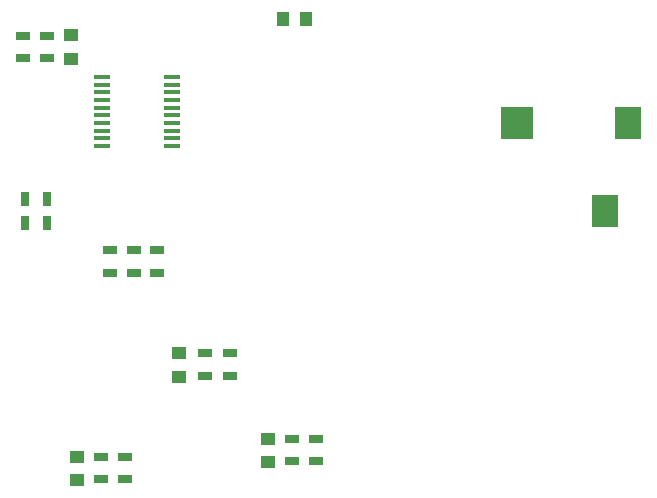
<source format=gbr>
G04 #@! TF.GenerationSoftware,KiCad,Pcbnew,5.0.2-bee76a0~70~ubuntu16.04.1*
G04 #@! TF.CreationDate,2019-04-05T13:04:55-07:00*
G04 #@! TF.ProjectId,volume_control_board,766f6c75-6d65-45f6-936f-6e74726f6c5f,rev?*
G04 #@! TF.SameCoordinates,Original*
G04 #@! TF.FileFunction,Paste,Top*
G04 #@! TF.FilePolarity,Positive*
%FSLAX46Y46*%
G04 Gerber Fmt 4.6, Leading zero omitted, Abs format (unit mm)*
G04 Created by KiCad (PCBNEW 5.0.2-bee76a0~70~ubuntu16.04.1) date Fri 05 Apr 2019 01:04:55 PM PDT*
%MOMM*%
%LPD*%
G01*
G04 APERTURE LIST*
%ADD10R,2.200000X2.800000*%
%ADD11R,2.800000X2.800000*%
%ADD12R,1.250000X1.000000*%
%ADD13R,1.000000X1.250000*%
%ADD14R,0.700000X1.300000*%
%ADD15R,1.300000X0.700000*%
%ADD16R,1.450000X0.450000*%
G04 APERTURE END LIST*
D10*
G04 #@! TO.C,J2*
X156159000Y-75455000D03*
X158159000Y-68055000D03*
D11*
X148759000Y-68055000D03*
G04 #@! TD*
D12*
G04 #@! TO.C,C1*
X110998000Y-62595000D03*
X110998000Y-60595000D03*
G04 #@! TD*
G04 #@! TO.C,C2*
X111506000Y-98266000D03*
X111506000Y-96266000D03*
G04 #@! TD*
G04 #@! TO.C,C3*
X127635000Y-94742000D03*
X127635000Y-96742000D03*
G04 #@! TD*
G04 #@! TO.C,C4*
X120142000Y-87535000D03*
X120142000Y-89535000D03*
G04 #@! TD*
D13*
G04 #@! TO.C,C5*
X128905000Y-59182000D03*
X130905000Y-59182000D03*
G04 #@! TD*
D14*
G04 #@! TO.C,R1*
X107061000Y-76454000D03*
X108961000Y-76454000D03*
G04 #@! TD*
G04 #@! TO.C,R2*
X107061000Y-74422000D03*
X108961000Y-74422000D03*
G04 #@! TD*
D15*
G04 #@! TO.C,R3*
X114300000Y-78806000D03*
X114300000Y-80706000D03*
G04 #@! TD*
G04 #@! TO.C,R4*
X113538000Y-98166000D03*
X113538000Y-96266000D03*
G04 #@! TD*
G04 #@! TO.C,R5*
X129667000Y-96647000D03*
X129667000Y-94747000D03*
G04 #@! TD*
G04 #@! TO.C,R6*
X115570000Y-96266000D03*
X115570000Y-98166000D03*
G04 #@! TD*
G04 #@! TO.C,R7*
X131699000Y-96647000D03*
X131699000Y-94747000D03*
G04 #@! TD*
G04 #@! TO.C,R8*
X124460000Y-87503000D03*
X124460000Y-89403000D03*
G04 #@! TD*
G04 #@! TO.C,R9*
X122301000Y-89403000D03*
X122301000Y-87503000D03*
G04 #@! TD*
G04 #@! TO.C,R10*
X118237000Y-80706000D03*
X118237000Y-78806000D03*
G04 #@! TD*
G04 #@! TO.C,R11*
X116332000Y-78806000D03*
X116332000Y-80706000D03*
G04 #@! TD*
G04 #@! TO.C,R12*
X108966000Y-60645000D03*
X108966000Y-62545000D03*
G04 #@! TD*
G04 #@! TO.C,R13*
X106934000Y-62545000D03*
X106934000Y-60645000D03*
G04 #@! TD*
D16*
G04 #@! TO.C,U2*
X113636000Y-69981000D03*
X113636000Y-69331000D03*
X113636000Y-68681000D03*
X113636000Y-68031000D03*
X113636000Y-67381000D03*
X113636000Y-66731000D03*
X113636000Y-66081000D03*
X113636000Y-65431000D03*
X113636000Y-64781000D03*
X113636000Y-64131000D03*
X119536000Y-64131000D03*
X119536000Y-64781000D03*
X119536000Y-65431000D03*
X119536000Y-66081000D03*
X119536000Y-66731000D03*
X119536000Y-67381000D03*
X119536000Y-68031000D03*
X119536000Y-68681000D03*
X119536000Y-69331000D03*
X119536000Y-69981000D03*
G04 #@! TD*
M02*

</source>
